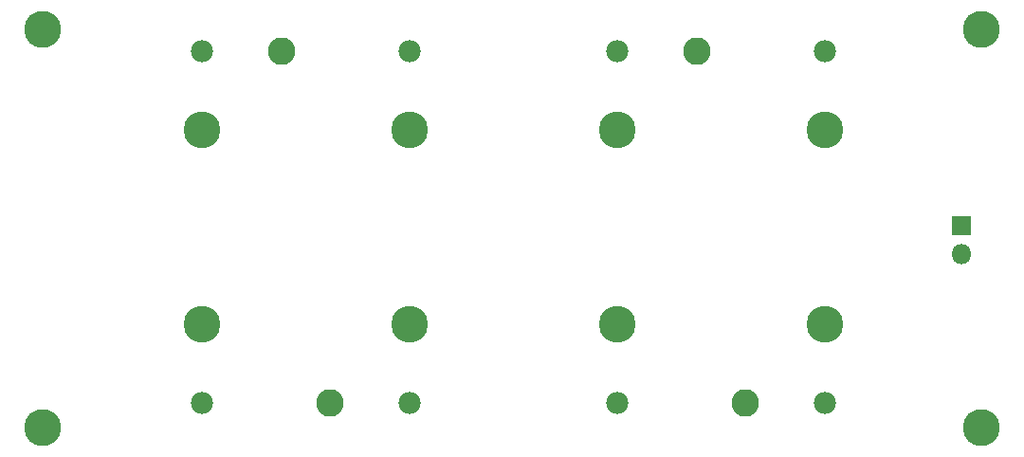
<source format=gbr>
G04 #@! TF.GenerationSoftware,KiCad,Pcbnew,(5.1.4)-1*
G04 #@! TF.CreationDate,2019-12-03T14:13:33-06:00*
G04 #@! TF.ProjectId,battery_pack,62617474-6572-4795-9f70-61636b2e6b69,rev?*
G04 #@! TF.SameCoordinates,Original*
G04 #@! TF.FileFunction,Soldermask,Bot*
G04 #@! TF.FilePolarity,Negative*
%FSLAX46Y46*%
G04 Gerber Fmt 4.6, Leading zero omitted, Abs format (unit mm)*
G04 Created by KiCad (PCBNEW (5.1.4)-1) date 2019-12-03 14:13:33*
%MOMM*%
%LPD*%
G04 APERTURE LIST*
%ADD10C,1.971600*%
%ADD11C,3.281600*%
%ADD12C,2.461600*%
%ADD13C,3.301600*%
%ADD14O,1.801600X1.801600*%
%ADD15R,1.801600X1.801600*%
G04 APERTURE END LIST*
D10*
X86614000Y-57478000D03*
X86614000Y-26088000D03*
D11*
X86614000Y-50443000D03*
X86614000Y-33123000D03*
D12*
X93724000Y-26088000D03*
X98046000Y-57478000D03*
D11*
X105156000Y-50443000D03*
X105156000Y-33123000D03*
D10*
X105156000Y-57478000D03*
X105156000Y-26088000D03*
D12*
X130808000Y-26088000D03*
D11*
X123698000Y-33123000D03*
X123698000Y-50443000D03*
D10*
X123698000Y-26088000D03*
X123698000Y-57478000D03*
X142240000Y-26088000D03*
X142240000Y-57478000D03*
D11*
X142240000Y-33123000D03*
X142240000Y-50443000D03*
D12*
X135130000Y-57478000D03*
D13*
X72390000Y-24130000D03*
X72390000Y-59690000D03*
X156210000Y-24130000D03*
X156210000Y-59690000D03*
D14*
X154432000Y-44196000D03*
D15*
X154432000Y-41656000D03*
M02*

</source>
